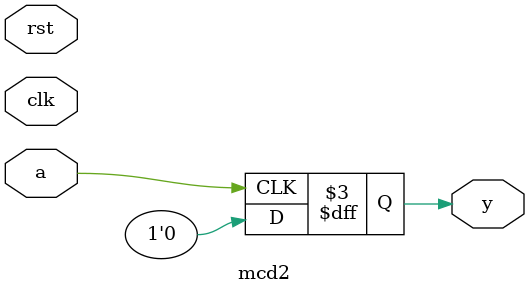
<source format=v>
`timescale 1ns/1ps
`default_nettype none

module mcd2(
    output reg y,
    input wire a,
    input wire clk,
    input wire rst
);
parameter delay = 2500;

initial y = 0;

`ifdef TARGET_FPGA

localparam WIDTH = (delay*10/244);

reg prev_a;
initial prev_a = 1'b0;

reg [6:0] count;
reg [6:0] next_count;
initial count = 7'd0;
initial next_count = 7'd0;

always @(*) begin
    if (count == 7'd0) begin
        if (~prev_a & a) begin
            next_count = 7'd20 + WIDTH;
        end else begin
            next_count = 7'd0;
        end
    end else begin
        next_count = count - 7'd1;
    end
end

always @(*) begin
    y = (count > 7'd0) & (count <= WIDTH);
end

always @(posedge clk) begin
    if (~rst) begin
        prev_a = 1'b0;
        count <= 9'd0;
    end else begin
        prev_a <= a;
        count <= next_count;
    end
end

`else

always @(posedge a) begin
    y <= #500 1;
    y <= #delay 0;
end

`endif

endmodule
`default_nettype wire

</source>
